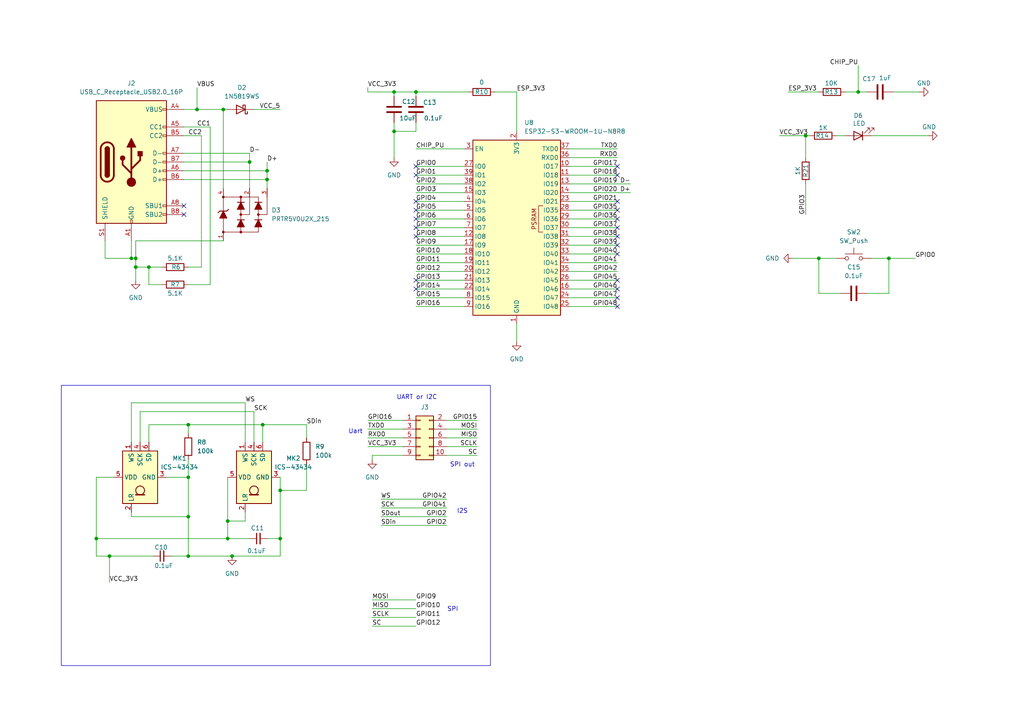
<source format=kicad_sch>
(kicad_sch (version 20231120) (generator "eeschema") (generator_version "8.0")
  (paper "A4")
  (lib_symbols
    (symbol "Connector:USB_C_Receptacle_USB2.0_16P" (pin_names (offset 1.016))
      (property "Reference" "J" (at 0 22.225 0))
      (property "Value" "USB_C_Receptacle_USB2.0_16P" (at 0 19.685 0))
      (symbol "USB_C_Receptacle_USB2.0_16P_0_0"
        (rectangle (start -0.254 -17.78) (end 0.254 -16.764))
        (rectangle (start 10.16 -14.986) (end 9.144 -15.494))
        (rectangle (start 10.16 -12.446) (end 9.144 -12.954))
        (rectangle (start 10.16 -4.826) (end 9.144 -5.334))
        (rectangle (start 10.16 -2.286) (end 9.144 -2.794))
        (rectangle (start 10.16 0.254) (end 9.144 -0.254))
        (rectangle (start 10.16 2.794) (end 9.144 2.286))
        (rectangle (start 10.16 7.874) (end 9.144 7.366))
        (rectangle (start 10.16 10.414) (end 9.144 9.906))
        (rectangle (start 10.16 15.494) (end 9.144 14.986))
      )
      (symbol "USB_C_Receptacle_USB2.0_16P_0_1"
        (rectangle (start -10.16 17.78) (end 10.16 -17.78) (stroke (width 0.254)) (fill (type background)))
        (arc (start -8.89 -3.81) (mid -6.985 -5.7067) (end -5.08 -3.81) (stroke (width 0.508)))
        (arc (start -7.62 -3.81) (mid -6.985 -4.4423) (end -6.35 -3.81) (stroke (width 0.254)))
        (arc (start -7.62 -3.81) (mid -6.985 -4.4423) (end -6.35 -3.81) (stroke (width 0.254)) (fill (type outline)))
        (rectangle (start -7.62 -3.81) (end -6.35 3.81) (stroke (width 0.254)) (fill (type outline)))
        (arc (start -6.35 3.81) (mid -6.985 4.4423) (end -7.62 3.81) (stroke (width 0.254)))
        (arc (start -6.35 3.81) (mid -6.985 4.4423) (end -7.62 3.81) (stroke (width 0.254)) (fill (type outline)))
        (arc (start -5.08 3.81) (mid -6.985 5.7067) (end -8.89 3.81) (stroke (width 0.508)))
        (circle (center -2.54 1.143) (radius 0.635) (stroke (width 0.254)) (fill (type outline)))
        (circle (center 0 -5.842) (radius 1.27) (fill (type outline)))
        (polyline (pts (xy -8.89 -3.81) (xy -8.89 3.81)) (stroke (width 0.508)))
        (polyline (pts (xy -5.08 3.81) (xy -5.08 -3.81)) (stroke (width 0.508)))
        (polyline (pts (xy 0 -5.842) (xy 0 4.318)) (stroke (width 0.508)))
        (polyline (pts (xy 0 -3.302) (xy -2.54 -0.762) (xy -2.54 0.508)) (stroke (width 0.508)))
        (polyline (pts (xy 0 -2.032) (xy 2.54 0.508) (xy 2.54 1.778)) (stroke (width 0.508)))
        (polyline (pts (xy -1.27 4.318) (xy 0 6.858) (xy 1.27 4.318) (xy -1.27 4.318)) (stroke (width 0.254)) (fill (type outline)))
        (rectangle (start 1.905 1.778) (end 3.175 3.048) (stroke (width 0.254)) (fill (type outline)))
      )
      (symbol "USB_C_Receptacle_USB2.0_16P_1_1"
        (pin passive line (at 0 -22.86 90) (length 5.08) (name "GND") (number "A1"))
        (pin passive line (at 0 -22.86 90) (length 5.08) hide (name "GND") (number "A12"))
        (pin passive line (at 15.24 15.24 180) (length 5.08) (name "VBUS") (number "A4"))
        (pin bidirectional line (at 15.24 10.16 180) (length 5.08) (name "CC1") (number "A5"))
        (pin bidirectional line (at 15.24 -2.54 180) (length 5.08) (name "D+") (number "A6"))
        (pin bidirectional line (at 15.24 2.54 180) (length 5.08) (name "D-") (number "A7"))
        (pin bidirectional line (at 15.24 -12.7 180) (length 5.08) (name "SBU1") (number "A8"))
        (pin passive line (at 15.24 15.24 180) (length 5.08) hide (name "VBUS") (number "A9"))
        (pin passive line (at 0 -22.86 90) (length 5.08) hide (name "GND") (number "B1"))
        (pin passive line (at 0 -22.86 90) (length 5.08) hide (name "GND") (number "B12"))
        (pin passive line (at 15.24 15.24 180) (length 5.08) hide (name "VBUS") (number "B4"))
        (pin bidirectional line (at 15.24 7.62 180) (length 5.08) (name "CC2") (number "B5"))
        (pin bidirectional line (at 15.24 -5.08 180) (length 5.08) (name "D+") (number "B6"))
        (pin bidirectional line (at 15.24 0 180) (length 5.08) (name "D-") (number "B7"))
        (pin bidirectional line (at 15.24 -15.24 180) (length 5.08) (name "SBU2") (number "B8"))
        (pin passive line (at 15.24 15.24 180) (length 5.08) hide (name "VBUS") (number "B9"))
        (pin passive line (at -7.62 -22.86 90) (length 5.08) (name "SHIELD") (number "S1"))
      )
    )
    (symbol "Connector_Generic:Conn_02x05_Odd_Even" (pin_names (offset 1.016) hide)
      (property "Reference" "J" (at 1.27 7.62 0))
      (property "Value" "Conn_02x05_Odd_Even" (at 1.27 -7.62 0))
      (symbol "Conn_02x05_Odd_Even_1_1"
        (rectangle (start -1.27 -4.953) (end 0 -5.207) (stroke (width 0.1524)))
        (rectangle (start -1.27 -2.413) (end 0 -2.667) (stroke (width 0.1524)))
        (rectangle (start -1.27 0.127) (end 0 -0.127) (stroke (width 0.1524)))
        (rectangle (start -1.27 2.667) (end 0 2.413) (stroke (width 0.1524)))
        (rectangle (start -1.27 5.207) (end 0 4.953) (stroke (width 0.1524)))
        (rectangle (start -1.27 6.35) (end 3.81 -6.35) (stroke (width 0.254)) (fill (type background)))
        (rectangle (start 3.81 -4.953) (end 2.54 -5.207) (stroke (width 0.1524)))
        (rectangle (start 3.81 -2.413) (end 2.54 -2.667) (stroke (width 0.1524)))
        (rectangle (start 3.81 0.127) (end 2.54 -0.127) (stroke (width 0.1524)))
        (rectangle (start 3.81 2.667) (end 2.54 2.413) (stroke (width 0.1524)))
        (rectangle (start 3.81 5.207) (end 2.54 4.953) (stroke (width 0.1524)))
        (pin passive line (at -5.08 5.08 0) (length 3.81) (name "Pin_1") (number "1"))
        (pin passive line (at 7.62 -5.08 180) (length 3.81) (name "Pin_10") (number "10"))
        (pin passive line (at 7.62 5.08 180) (length 3.81) (name "Pin_2") (number "2"))
        (pin passive line (at -5.08 2.54 0) (length 3.81) (name "Pin_3") (number "3"))
        (pin passive line (at 7.62 2.54 180) (length 3.81) (name "Pin_4") (number "4"))
        (pin passive line (at -5.08 0 0) (length 3.81) (name "Pin_5") (number "5"))
        (pin passive line (at 7.62 0 180) (length 3.81) (name "Pin_6") (number "6"))
        (pin passive line (at -5.08 -2.54 0) (length 3.81) (name "Pin_7") (number "7"))
        (pin passive line (at 7.62 -2.54 180) (length 3.81) (name "Pin_8") (number "8"))
        (pin passive line (at -5.08 -5.08 0) (length 3.81) (name "Pin_9") (number "9"))
      )
    )
    (symbol "Device:C" (pin_numbers hide) (pin_names (offset 0.254))
      (property "Reference" "C" (at 0.635 2.54 0))
      (property "Value" "C" (at 0.635 -2.54 0))
      (symbol "C_0_1"
        (polyline (pts (xy -2.032 -0.762) (xy 2.032 -0.762)) (stroke (width 0.508)))
        (polyline (pts (xy -2.032 0.762) (xy 2.032 0.762)) (stroke (width 0.508)))
      )
      (symbol "C_1_1"
        (pin passive line (at 0 3.81 270) (length 2.794) (name "~") (number "1"))
        (pin passive line (at 0 -3.81 90) (length 2.794) (name "~") (number "2"))
      )
    )
    (symbol "Device:C_Small" (pin_numbers hide) (pin_names (offset 0.254) hide)
      (property "Reference" "C" (at 0.254 1.778 0))
      (property "Value" "C_Small" (at 0.254 -2.032 0))
      (symbol "C_Small_0_1"
        (polyline (pts (xy -1.524 -0.508) (xy 1.524 -0.508)) (stroke (width 0.3302)))
        (polyline (pts (xy -1.524 0.508) (xy 1.524 0.508)) (stroke (width 0.3048)))
      )
      (symbol "C_Small_1_1"
        (pin passive line (at 0 2.54 270) (length 2.032) (name "~") (number "1"))
        (pin passive line (at 0 -2.54 90) (length 2.032) (name "~") (number "2"))
      )
    )
    (symbol "Device:LED" (pin_numbers hide) (pin_names (offset 1.016) hide)
      (property "Reference" "D" (at 0 2.54 0))
      (property "Value" "LED" (at 0 -2.54 0))
      (symbol "LED_0_1"
        (polyline (pts (xy -1.27 -1.27) (xy -1.27 1.27)) (stroke (width 0.254)))
        (polyline (pts (xy -1.27 0) (xy 1.27 0)))
        (polyline (pts (xy 1.27 -1.27) (xy 1.27 1.27) (xy -1.27 0) (xy 1.27 -1.27)) (stroke (width 0.254)))
        (polyline (pts (xy -3.048 -0.762) (xy -4.572 -2.286) (xy -3.81 -2.286) (xy -4.572 -2.286) (xy -4.572 -1.524)))
        (polyline (pts (xy -1.778 -0.762) (xy -3.302 -2.286) (xy -2.54 -2.286) (xy -3.302 -2.286) (xy -3.302 -1.524)))
      )
      (symbol "LED_1_1"
        (pin passive line (at -3.81 0 0) (length 2.54) (name "K") (number "1"))
        (pin passive line (at 3.81 0 180) (length 2.54) (name "A") (number "2"))
      )
    )
    (symbol "Device:R" (pin_numbers hide) (pin_names (offset 0))
      (property "Reference" "R" (at 2.032 0 90))
      (property "Value" "R" (at 0 0 90))
      (symbol "R_0_1"
        (rectangle (start -1.016 -2.54) (end 1.016 2.54) (stroke (width 0.254)))
      )
      (symbol "R_1_1"
        (pin passive line (at 0 3.81 270) (length 1.27) (name "~") (number "1"))
        (pin passive line (at 0 -3.81 90) (length 1.27) (name "~") (number "2"))
      )
    )
    (symbol "Diode:1N5819WS" (pin_numbers hide) (pin_names (offset 1.016) hide)
      (property "Reference" "D" (at 0 2.54 0))
      (property "Value" "1N5819WS" (at 0 -2.54 0))
      (symbol "1N5819WS_0_1"
        (polyline (pts (xy 1.27 0) (xy -1.27 0)))
        (polyline (pts (xy 1.27 1.27) (xy 1.27 -1.27) (xy -1.27 0) (xy 1.27 1.27)) (stroke (width 0.254)))
        (polyline (pts (xy -1.905 0.635) (xy -1.905 1.27) (xy -1.27 1.27) (xy -1.27 -1.27) (xy -0.635 -1.27) (xy -0.635 -0.635)) (stroke (width 0.254)))
      )
      (symbol "1N5819WS_1_1"
        (pin passive line (at -3.81 0 0) (length 2.54) (name "K") (number "1"))
        (pin passive line (at 3.81 0 180) (length 2.54) (name "A") (number "2"))
      )
    )
    (symbol "PRTR5V0U2X_215:PRTR5V0U2X_215" (pin_names (offset 1.016))
      (property "Reference" "D" (at -2.5474 -7.5404 0))
      (property "Value" "PRTR5V0U2X_215" (at -2.543 -10.3245 0))
      (symbol "PRTR5V0U2X_215_0_0"
        (circle (center -5.08 -5.08) (radius 0.254) (stroke (width 0.254)))
        (circle (center -5.08 5.08) (radius 0.254) (stroke (width 0.254)))
        (circle (center 0 -5.08) (radius 0.254) (stroke (width 0.254)))
        (polyline (pts (xy -6.096 1.016) (xy -6.604 0.508)) (stroke (width 0.254)))
        (polyline (pts (xy -6.096 1.016) (xy -5.08 1.016)) (stroke (width 0.254)))
        (polyline (pts (xy -5.08 -1.016) (xy -5.08 -7.62)) (stroke (width 0.1524)))
        (polyline (pts (xy -5.08 1.016) (xy -5.08 7.62)) (stroke (width 0.1524)))
        (polyline (pts (xy -5.08 1.016) (xy -4.064 1.016)) (stroke (width 0.254)))
        (polyline (pts (xy -4.064 1.016) (xy -3.556 1.524)) (stroke (width 0.254)))
        (polyline (pts (xy -1.016 -1.524) (xy 0 -1.524)) (stroke (width 0.254)))
        (polyline (pts (xy -1.016 3.556) (xy 0 3.556)) (stroke (width 0.254)))
        (polyline (pts (xy 0 -5.08) (xy -5.08 -5.08)) (stroke (width 0.1524)))
        (polyline (pts (xy 0 -3.556) (xy 0 -5.08)) (stroke (width 0.1524)))
        (polyline (pts (xy 0 -1.524) (xy 0 0)) (stroke (width 0.1524)))
        (polyline (pts (xy 0 -1.524) (xy 1.016 -1.524)) (stroke (width 0.254)))
        (polyline (pts (xy 0 0) (xy 0 1.524)) (stroke (width 0.1524)))
        (polyline (pts (xy 0 0) (xy 2.54 0)) (stroke (width 0.1524)))
        (polyline (pts (xy 0 3.556) (xy 0 5.08)) (stroke (width 0.254)))
        (polyline (pts (xy 0 3.556) (xy 1.016 3.556)) (stroke (width 0.254)))
        (polyline (pts (xy 0 5.08) (xy -5.08 5.08)) (stroke (width 0.1524)))
        (polyline (pts (xy 2.54 0) (xy 2.54 7.62)) (stroke (width 0.1524)))
        (polyline (pts (xy 4.064 -1.524) (xy 5.08 -1.524)) (stroke (width 0.254)))
        (polyline (pts (xy 4.064 3.556) (xy 5.08 3.556)) (stroke (width 0.254)))
        (polyline (pts (xy 5.08 -5.08) (xy 0 -5.08)) (stroke (width 0.1524)))
        (polyline (pts (xy 5.08 -3.556) (xy 5.08 -5.08)) (stroke (width 0.1524)))
        (polyline (pts (xy 5.08 -1.524) (xy 5.08 0)) (stroke (width 0.1524)))
        (polyline (pts (xy 5.08 -1.524) (xy 6.096 -1.524)) (stroke (width 0.254)))
        (polyline (pts (xy 5.08 0) (xy 5.08 1.524)) (stroke (width 0.1524)))
        (polyline (pts (xy 5.08 0) (xy 7.62 0)) (stroke (width 0.1524)))
        (polyline (pts (xy 5.08 3.556) (xy 5.08 5.08)) (stroke (width 0.1524)))
        (polyline (pts (xy 5.08 3.556) (xy 6.096 3.556)) (stroke (width 0.254)))
        (polyline (pts (xy 5.08 5.08) (xy 0 5.08)) (stroke (width 0.1524)))
        (polyline (pts (xy 7.62 0) (xy 7.62 7.62)) (stroke (width 0.1524)))
        (polyline (pts (xy -6.096 -1.016) (xy -5.08 1.016) (xy -4.064 -1.016) (xy -6.096 -1.016)) (stroke (width 0.254)) (fill (type outline)))
        (polyline (pts (xy -1.016 -3.556) (xy 0 -1.524) (xy 1.016 -3.556) (xy -1.016 -3.556)) (stroke (width 0.254)) (fill (type outline)))
        (polyline (pts (xy -1.016 1.524) (xy 0 3.556) (xy 1.016 1.524) (xy -1.016 1.524)) (stroke (width 0.254)) (fill (type outline)))
        (polyline (pts (xy 4.064 -3.556) (xy 5.08 -1.524) (xy 6.096 -3.556) (xy 4.064 -3.556)) (stroke (width 0.254)) (fill (type outline)))
        (polyline (pts (xy 4.064 1.524) (xy 5.08 3.556) (xy 6.096 1.524) (xy 4.064 1.524)) (stroke (width 0.254)) (fill (type outline)))
        (circle (center 0 0) (radius 0.254) (stroke (width 0.254)))
        (circle (center 0 5.08) (radius 0.254) (stroke (width 0.254)))
        (circle (center 5.08 0) (radius 0.254) (stroke (width 0.254)))
        (pin passive line (at -5.08 -7.62 90) (length 2.54) (name "~") (number "1"))
        (pin passive line (at 2.54 7.62 270) (length 2.54) (name "~") (number "2"))
        (pin passive line (at 7.62 7.62 270) (length 2.54) (name "~") (number "3"))
        (pin passive line (at -5.08 7.62 270) (length 2.54) (name "~") (number "4"))
      )
    )
    (symbol "RF_Module:ESP32-S3-WROOM-1"
      (property "Reference" "U" (at -12.7 26.67 0))
      (property "Value" "ESP32-S3-WROOM-1" (at 12.7 26.67 0))
      (symbol "ESP32-S3-WROOM-1_0_0"
        (rectangle (start -12.7 25.4) (end 12.7 -25.4) (stroke (width 0.254)) (fill (type background)))
        (text "PSRAM" (at 5.08 2.54 900) (effects (font (size 1.27 1.27))))
      )
      (symbol "ESP32-S3-WROOM-1_0_1"
        (polyline (pts (xy 7.62 -1.27) (xy 6.35 -1.27) (xy 6.35 6.35) (xy 7.62 6.35)))
      )
      (symbol "ESP32-S3-WROOM-1_1_1"
        (pin power_in line (at 0 -27.94 90) (length 2.54) (name "GND") (number "1"))
        (pin bidirectional line (at 15.24 17.78 180) (length 2.54) (name "IO17") (number "10"))
        (pin bidirectional line (at 15.24 15.24 180) (length 2.54) (name "IO18") (number "11"))
        (pin bidirectional line (at -15.24 -2.54 0) (length 2.54) (name "IO8") (number "12"))
        (pin bidirectional line (at 15.24 12.7 180) (length 2.54) (name "IO19") (number "13"))
        (pin bidirectional line (at 15.24 10.16 180) (length 2.54) (name "IO20") (number "14"))
        (pin bidirectional line (at -15.24 10.16 0) (length 2.54) (name "IO3") (number "15"))
        (pin bidirectional line (at 15.24 -17.78 180) (length 2.54) (name "IO46") (number "16"))
        (pin bidirectional line (at -15.24 -5.08 0) (length 2.54) (name "IO9") (number "17"))
        (pin bidirectional line (at -15.24 -7.62 0) (length 2.54) (name "IO10") (number "18"))
        (pin bidirectional line (at -15.24 -10.16 0) (length 2.54) (name "IO11") (number "19"))
        (pin power_in line (at 0 27.94 270) (length 2.54) (name "3V3") (number "2"))
        (pin bidirectional line (at -15.24 -12.7 0) (length 2.54) (name "IO12") (number "20"))
        (pin bidirectional line (at -15.24 -15.24 0) (length 2.54) (name "IO13") (number "21"))
        (pin bidirectional line (at -15.24 -17.78 0) (length 2.54) (name "IO14") (number "22"))
        (pin bidirectional line (at 15.24 7.62 180) (length 2.54) (name "IO21") (number "23"))
        (pin bidirectional line (at 15.24 -20.32 180) (length 2.54) (name "IO47") (number "24"))
        (pin bidirectional line (at 15.24 -22.86 180) (length 2.54) (name "IO48") (number "25"))
        (pin bidirectional line (at 15.24 -15.24 180) (length 2.54) (name "IO45") (number "26"))
        (pin bidirectional line (at -15.24 17.78 0) (length 2.54) (name "IO0") (number "27"))
        (pin bidirectional line (at 15.24 5.08 180) (length 2.54) (name "IO35") (number "28"))
        (pin bidirectional line (at 15.24 2.54 180) (length 2.54) (name "IO36") (number "29"))
        (pin input line (at -15.24 22.86 0) (length 2.54) (name "EN") (number "3"))
        (pin bidirectional line (at 15.24 0 180) (length 2.54) (name "IO37") (number "30"))
        (pin bidirectional line (at 15.24 -2.54 180) (length 2.54) (name "IO38") (number "31"))
        (pin bidirectional line (at 15.24 -5.08 180) (length 2.54) (name "IO39") (number "32"))
        (pin bidirectional line (at 15.24 -7.62 180) (length 2.54) (name "IO40") (number "33"))
        (pin bidirectional line (at 15.24 -10.16 180) (length 2.54) (name "IO41") (number "34"))
        (pin bidirectional line (at 15.24 -12.7 180) (length 2.54) (name "IO42") (number "35"))
        (pin bidirectional line (at 15.24 20.32 180) (length 2.54) (name "RXD0") (number "36"))
        (pin bidirectional line (at 15.24 22.86 180) (length 2.54) (name "TXD0") (number "37"))
        (pin bidirectional line (at -15.24 12.7 0) (length 2.54) (name "IO2") (number "38"))
        (pin bidirectional line (at -15.24 15.24 0) (length 2.54) (name "IO1") (number "39"))
        (pin bidirectional line (at -15.24 7.62 0) (length 2.54) (name "IO4") (number "4"))
        (pin passive line (at 0 -27.94 90) (length 2.54) hide (name "GND") (number "40"))
        (pin passive line (at 0 -27.94 90) (length 2.54) hide (name "GND") (number "41"))
        (pin bidirectional line (at -15.24 5.08 0) (length 2.54) (name "IO5") (number "5"))
        (pin bidirectional line (at -15.24 2.54 0) (length 2.54) (name "IO6") (number "6"))
        (pin bidirectional line (at -15.24 0 0) (length 2.54) (name "IO7") (number "7"))
        (pin bidirectional line (at -15.24 -20.32 0) (length 2.54) (name "IO15") (number "8"))
        (pin bidirectional line (at -15.24 -22.86 0) (length 2.54) (name "IO16") (number "9"))
      )
    )
    (symbol "Sensor_Audio:ICS-43434"
      (property "Reference" "MK" (at -7.62 6.35 0))
      (property "Value" "ICS-43434" (at 1.27 6.35 0))
      (symbol "ICS-43434_1_1"
        (rectangle (start -7.62 5.08) (end 7.62 -5.08) (stroke (width 0.254)) (fill (type background)))
        (circle (center -3.81 0) (radius 1.27) (stroke (width 0.254)))
        (polyline (pts (xy -5.08 1.27) (xy -5.08 -1.27)) (stroke (width 0.381)))
        (pin input line (at 10.16 2.54 180) (length 2.54) (name "WS") (number "1"))
        (pin input line (at -10.16 2.54 0) (length 2.54) (name "LR") (number "2"))
        (pin power_in line (at 0 -7.62 90) (length 2.54) (name "GND") (number "3"))
        (pin input line (at 10.16 0 180) (length 2.54) (name "SCK") (number "4"))
        (pin power_in line (at 0 7.62 270) (length 2.54) (name "VDD") (number "5"))
        (pin output line (at 10.16 -2.54 180) (length 2.54) (name "SD") (number "6"))
      )
    )
    (symbol "Switch:SW_Push" (pin_numbers hide) (pin_names (offset 1.016) hide)
      (property "Reference" "SW" (at 1.27 2.54 0))
      (property "Value" "SW_Push" (at 0 -1.524 0))
      (symbol "SW_Push_0_1"
        (circle (center -2.032 0) (radius 0.508))
        (polyline (pts (xy 0 1.27) (xy 0 3.048)))
        (polyline (pts (xy 2.54 1.27) (xy -2.54 1.27)))
        (circle (center 2.032 0) (radius 0.508))
        (pin passive line (at -5.08 0 0) (length 2.54) (name "1") (number "1"))
        (pin passive line (at 5.08 0 180) (length 2.54) (name "2") (number "2"))
      )
    )
    (symbol "power:GND" (power) (pin_numbers hide) (pin_names (offset 0) hide)
      (property "Value" "GND" (at 0 -3.81 0))
      (symbol "GND_0_1"
        (polyline (pts (xy 0 0) (xy 0 -1.27) (xy 1.27 -1.27) (xy 0 -2.54) (xy -1.27 -1.27) (xy 0 -1.27)))
      )
      (symbol "GND_1_1"
        (pin power_in line (at 0 0 270) (length 0) (name "~") (number "1"))
      )
    )
  )
  (junction (at 54.61 123.19))
  (junction (at 77.47 52.07))
  (junction (at 114.3 38.1))
  (junction (at 233.68 39.37))
  (junction (at 114.3 26.67))
  (junction (at 39.37 77.47))
  (junction (at 77.47 49.53))
  (junction (at 120.65 26.67))
  (junction (at 54.61 149.86))
  (junction (at 248.92 26.67))
  (junction (at 39.37 74.93))
  (junction (at 43.18 77.47))
  (junction (at 66.04 156.21))
  (junction (at 64.77 31.75))
  (junction (at 57.15 31.75))
  (junction (at 38.1 74.93))
  (junction (at 31.75 161.29))
  (junction (at 72.39 46.99))
  (junction (at 54.61 138.43))
  (junction (at 81.28 142.24))
  (junction (at 237.49 74.93))
  (junction (at 81.28 156.21))
  (junction (at 76.2 123.19))
  (junction (at 66.04 151.13))
  (junction (at 67.31 161.29))
  (junction (at 27.94 156.21))
  (junction (at 257.81 74.93))
  (junction (at 54.61 161.29))
  (no_connect (at 179.07 48.26))
  (no_connect (at 179.07 68.58))
  (no_connect (at 120.65 50.8))
  (no_connect (at 120.65 58.42))
  (no_connect (at 179.07 66.04))
  (no_connect (at 120.65 66.04))
  (no_connect (at 120.65 48.26))
  (no_connect (at 179.07 86.36))
  (no_connect (at 120.65 83.82))
  (no_connect (at 179.07 81.28))
  (no_connect (at 53.34 59.69))
  (no_connect (at 179.07 58.42))
  (no_connect (at 179.07 60.96))
  (no_connect (at 120.65 63.5))
  (no_connect (at 53.34 62.23))
  (no_connect (at 179.07 50.8))
  (no_connect (at 179.07 71.12))
  (no_connect (at 179.07 63.5))
  (no_connect (at 179.07 73.66))
  (no_connect (at 120.65 81.28))
  (no_connect (at 120.65 68.58))
  (no_connect (at 179.07 83.82))
  (no_connect (at 120.65 60.96))
  (no_connect (at 179.07 88.9))
  (wire (pts (xy 64.77 31.75) (xy 64.77 54.61)))
  (wire (pts (xy 38.1 149.86) (xy 38.1 148.59)))
  (wire (pts (xy 233.68 62.23) (xy 233.68 53.34)))
  (wire (pts (xy 107.95 181.61) (xy 120.65 181.61)))
  (wire (pts (xy 38.1 69.85) (xy 38.1 74.93)))
  (wire (pts (xy 107.95 132.08) (xy 107.95 133.35)))
  (wire (pts (xy 60.96 82.55) (xy 54.61 82.55)))
  (wire (pts (xy 39.37 69.85) (xy 64.77 69.85)))
  (wire (pts (xy 114.3 35.56) (xy 114.3 38.1)))
  (wire (pts (xy 106.68 127) (xy 116.84 127)))
  (wire (pts (xy 76.2 123.19) (xy 88.9 123.19)))
  (wire (pts (xy 27.94 161.29) (xy 27.94 156.21)))
  (wire (pts (xy 116.84 121.92) (xy 106.68 121.92)))
  (wire (pts (xy 179.07 50.8) (xy 165.1 50.8)))
  (wire (pts (xy 237.49 74.93) (xy 237.49 85.09)))
  (wire (pts (xy 106.68 26.67) (xy 114.3 26.67)))
  (wire (pts (xy 66.04 151.13) (xy 66.04 138.43)))
  (wire (pts (xy 43.18 82.55) (xy 43.18 77.47)))
  (wire (pts (xy 33.02 138.43) (xy 27.94 138.43)))
  (wire (pts (xy 114.3 26.67) (xy 120.65 26.67)))
  (wire (pts (xy 43.18 128.27) (xy 43.18 123.19)))
  (wire (pts (xy 48.26 138.43) (xy 54.61 138.43)))
  (wire (pts (xy 248.92 26.67) (xy 251.46 26.67)))
  (wire (pts (xy 120.65 26.67) (xy 120.65 27.94)))
  (wire (pts (xy 245.11 26.67) (xy 248.92 26.67)))
  (wire (pts (xy 114.3 26.67) (xy 114.3 27.94)))
  (wire (pts (xy 39.37 77.47) (xy 43.18 77.47)))
  (wire (pts (xy 165.1 63.5) (xy 179.07 63.5)))
  (wire (pts (xy 165.1 78.74) (xy 179.07 78.74)))
  (wire (pts (xy 39.37 77.47) (xy 39.37 74.93)))
  (wire (pts (xy 165.1 86.36) (xy 179.07 86.36)))
  (wire (pts (xy 229.87 74.93) (xy 237.49 74.93)))
  (wire (pts (xy 120.65 48.26) (xy 134.62 48.26)))
  (wire (pts (xy 40.64 119.38) (xy 73.66 119.38)))
  (wire (pts (xy 165.1 81.28) (xy 179.07 81.28)))
  (wire (pts (xy 237.49 74.93) (xy 242.57 74.93)))
  (wire (pts (xy 252.73 39.37) (xy 269.24 39.37)))
  (wire (pts (xy 27.94 138.43) (xy 27.94 156.21)))
  (wire (pts (xy 120.65 58.42) (xy 134.62 58.42)))
  (wire (pts (xy 265.43 74.93) (xy 257.81 74.93)))
  (wire (pts (xy 226.06 39.37) (xy 233.68 39.37)))
  (wire (pts (xy 165.1 43.18) (xy 179.07 43.18)))
  (wire (pts (xy 66.04 151.13) (xy 71.12 151.13)))
  (wire (pts (xy 120.65 26.67) (xy 135.89 26.67)))
  (wire (pts (xy 107.95 179.07) (xy 120.65 179.07)))
  (wire (pts (xy 138.43 132.08) (xy 129.54 132.08)))
  (wire (pts (xy 39.37 69.85) (xy 39.37 74.93)))
  (wire (pts (xy 116.84 132.08) (xy 107.95 132.08)))
  (wire (pts (xy 77.47 52.07) (xy 77.47 54.61)))
  (wire (pts (xy 165.1 88.9) (xy 179.07 88.9)))
  (wire (pts (xy 257.81 74.93) (xy 252.73 74.93)))
  (wire (pts (xy 106.68 129.54) (xy 116.84 129.54)))
  (wire (pts (xy 66.04 151.13) (xy 66.04 156.21)))
  (wire (pts (xy 233.68 39.37) (xy 234.95 39.37)))
  (wire (pts (xy 243.84 85.09) (xy 237.49 85.09)))
  (wire (pts (xy 107.95 173.99) (xy 120.65 173.99)))
  (wire (pts (xy 88.9 123.19) (xy 88.9 127)))
  (wire (pts (xy 53.34 46.99) (xy 72.39 46.99)))
  (wire (pts (xy 58.42 39.37) (xy 58.42 77.47)))
  (wire (pts (xy 38.1 116.84) (xy 38.1 128.27)))
  (wire (pts (xy 53.34 44.45) (xy 72.39 44.45)))
  (wire (pts (xy 39.37 81.28) (xy 39.37 77.47)))
  (wire (pts (xy 120.65 71.12) (xy 134.62 71.12)))
  (wire (pts (xy 138.43 127) (xy 129.54 127)))
  (wire (pts (xy 149.86 93.98) (xy 149.86 99.06)))
  (wire (pts (xy 129.54 121.92) (xy 138.43 121.92)))
  (wire (pts (xy 228.6 26.67) (xy 237.49 26.67)))
  (wire (pts (xy 251.46 85.09) (xy 257.81 85.09)))
  (wire (pts (xy 106.68 25.4) (xy 106.68 26.67)))
  (wire (pts (xy 233.68 39.37) (xy 233.68 45.72)))
  (wire (pts (xy 53.34 49.53) (xy 77.47 49.53)))
  (wire (pts (xy 120.65 78.74) (xy 134.62 78.74)))
  (wire (pts (xy 106.68 124.46) (xy 116.84 124.46)))
  (wire (pts (xy 120.65 68.58) (xy 134.62 68.58)))
  (wire (pts (xy 38.1 149.86) (xy 54.61 149.86)))
  (wire (pts (xy 110.49 149.86) (xy 129.54 149.86)))
  (wire (pts (xy 138.43 129.54) (xy 129.54 129.54)))
  (wire (pts (xy 120.65 81.28) (xy 134.62 81.28)))
  (wire (pts (xy 165.1 55.88) (xy 182.88 55.88)))
  (wire (pts (xy 88.9 134.62) (xy 88.9 142.24)))
  (wire (pts (xy 165.1 76.2) (xy 179.07 76.2)))
  (wire (pts (xy 120.65 43.18) (xy 134.62 43.18)))
  (wire (pts (xy 71.12 116.84) (xy 38.1 116.84)))
  (wire (pts (xy 53.34 52.07) (xy 77.47 52.07)))
  (wire (pts (xy 129.54 124.46) (xy 138.43 124.46)))
  (wire (pts (xy 165.1 71.12) (xy 179.07 71.12)))
  (wire (pts (xy 53.34 39.37) (xy 58.42 39.37)))
  (wire (pts (xy 81.28 161.29) (xy 81.28 156.21)))
  (wire (pts (xy 120.65 83.82) (xy 134.62 83.82)))
  (wire (pts (xy 165.1 68.58) (xy 179.07 68.58)))
  (wire (pts (xy 107.95 176.53) (xy 120.65 176.53)))
  (wire (pts (xy 114.3 38.1) (xy 114.3 45.72)))
  (wire (pts (xy 165.1 60.96) (xy 179.07 60.96)))
  (wire (pts (xy 57.15 31.75) (xy 64.77 31.75)))
  (wire (pts (xy 120.65 76.2) (xy 134.62 76.2)))
  (wire (pts (xy 71.12 148.59) (xy 71.12 151.13)))
  (wire (pts (xy 76.2 123.19) (xy 76.2 128.27)))
  (wire (pts (xy 27.94 156.21) (xy 66.04 156.21)))
  (wire (pts (xy 165.1 73.66) (xy 179.07 73.66)))
  (wire (pts (xy 64.77 31.75) (xy 66.04 31.75)))
  (wire (pts (xy 165.1 58.42) (xy 179.07 58.42)))
  (wire (pts (xy 248.92 26.67) (xy 248.92 19.05)))
  (wire (pts (xy 165.1 66.04) (xy 179.07 66.04)))
  (wire (pts (xy 257.81 85.09) (xy 257.81 74.93)))
  (wire (pts (xy 77.47 49.53) (xy 77.47 52.07)))
  (wire (pts (xy 81.28 142.24) (xy 81.28 138.43)))
  (wire (pts (xy 54.61 133.35) (xy 54.61 138.43)))
  (wire (pts (xy 120.65 73.66) (xy 134.62 73.66)))
  (wire (pts (xy 110.49 147.32) (xy 129.54 147.32)))
  (wire (pts (xy 72.39 46.99) (xy 72.39 54.61)))
  (wire (pts (xy 110.49 152.4) (xy 129.54 152.4)))
  (wire (pts (xy 53.34 31.75) (xy 57.15 31.75)))
  (wire (pts (xy 73.66 119.38) (xy 73.66 128.27)))
  (wire (pts (xy 120.65 86.36) (xy 134.62 86.36)))
  (wire (pts (xy 120.65 53.34) (xy 134.62 53.34)))
  (wire (pts (xy 31.75 168.91) (xy 31.75 161.29)))
  (wire (pts (xy 67.31 161.29) (xy 81.28 161.29)))
  (wire (pts (xy 66.04 156.21) (xy 72.39 156.21)))
  (wire (pts (xy 81.28 156.21) (xy 81.28 142.24)))
  (wire (pts (xy 149.86 38.1) (xy 149.86 26.67)))
  (wire (pts (xy 120.65 60.96) (xy 134.62 60.96)))
  (wire (pts (xy 54.61 123.19) (xy 54.61 125.73)))
  (wire (pts (xy 165.1 83.82) (xy 179.07 83.82)))
  (wire (pts (xy 58.42 77.47) (xy 54.61 77.47)))
  (wire (pts (xy 43.18 77.47) (xy 46.99 77.47)))
  (wire (pts (xy 60.96 36.83) (xy 60.96 82.55)))
  (wire (pts (xy 143.51 26.67) (xy 149.86 26.67)))
  (wire (pts (xy 53.34 36.83) (xy 60.96 36.83)))
  (wire (pts (xy 54.61 149.86) (xy 54.61 161.29)))
  (wire (pts (xy 242.57 39.37) (xy 245.11 39.37)))
  (wire (pts (xy 165.1 53.34) (xy 182.88 53.34)))
  (wire (pts (xy 120.65 35.56) (xy 120.65 38.1)))
  (wire (pts (xy 43.18 123.19) (xy 54.61 123.19)))
  (wire (pts (xy 72.39 44.45) (xy 72.39 46.99)))
  (wire (pts (xy 120.65 55.88) (xy 134.62 55.88)))
  (wire (pts (xy 77.47 46.99) (xy 77.47 49.53)))
  (wire (pts (xy 44.45 161.29) (xy 31.75 161.29)))
  (wire (pts (xy 31.75 161.29) (xy 27.94 161.29)))
  (wire (pts (xy 54.61 123.19) (xy 76.2 123.19)))
  (wire (pts (xy 54.61 161.29) (xy 67.31 161.29)))
  (wire (pts (xy 259.08 26.67) (xy 266.7 26.67)))
  (wire (pts (xy 71.12 128.27) (xy 71.12 116.84)))
  (wire (pts (xy 46.99 82.55) (xy 43.18 82.55)))
  (wire (pts (xy 54.61 138.43) (xy 54.61 149.86)))
  (wire (pts (xy 120.65 50.8) (xy 134.62 50.8)))
  (wire (pts (xy 120.65 88.9) (xy 134.62 88.9)))
  (wire (pts (xy 57.15 25.4) (xy 57.15 31.75)))
  (wire (pts (xy 120.65 66.04) (xy 134.62 66.04)))
  (wire (pts (xy 40.64 119.38) (xy 40.64 128.27)))
  (wire (pts (xy 120.65 63.5) (xy 134.62 63.5)))
  (wire (pts (xy 120.65 38.1) (xy 114.3 38.1)))
  (wire (pts (xy 30.48 69.85) (xy 30.48 74.93)))
  (wire (pts (xy 179.07 48.26) (xy 165.1 48.26)))
  (wire (pts (xy 73.66 31.75) (xy 81.28 31.75)))
  (wire (pts (xy 38.1 74.93) (xy 39.37 74.93)))
  (wire (pts (xy 81.28 142.24) (xy 88.9 142.24)))
  (wire (pts (xy 49.53 161.29) (xy 54.61 161.29)))
  (wire (pts (xy 30.48 74.93) (xy 38.1 74.93)))
  (wire (pts (xy 110.49 144.78) (xy 129.54 144.78)))
  (wire (pts (xy 165.1 45.72) (xy 179.07 45.72)))
  (wire (pts (xy 77.47 156.21) (xy 81.28 156.21)))
  (rectangle (start 17.78 111.76) (end 142.24 193.04))
  (text "Uart\n" (at 103.124 125.222 0) (effects (font (size 1.27 1.27))))
  (text "UART or I2C\n" (at 120.904 115.316 0) (effects (font (size 1.27 1.27))))
  (text "I2S" (at 134.112 148.336 0) (effects (font (size 1.27 1.27))))
  (text "SPI out\n" (at 134.112 134.874 0) (effects (font (size 1.27 1.27))))
  (text "SPI\n" (at 131.318 176.784 0) (effects (font (size 1.27 1.27))))
  (label "GPIO21" (at 179.07 58.42 180))
  (label "GPIO15" (at 138.43 121.92 180))
  (label "SDin" (at 88.9 123.19 0))
  (label "GPIO6" (at 120.65 63.5 0))
  (label "SDin" (at 110.49 152.4 0))
  (label "GPIO3" (at 120.65 55.88 0))
  (label "GPIO11" (at 120.65 179.07 0))
  (label "GPIO7" (at 120.65 66.04 0))
  (label "SC" (at 138.43 132.08 180))
  (label "VCC_3V3" (at 31.75 168.91 0))
  (label "RXD0" (at 179.07 45.72 180))
  (label "VBUS" (at 57.15 25.4 0))
  (label "MOSI" (at 107.95 173.99 0))
  (label "GPIO37" (at 179.07 66.04 180))
  (label "VCC_5" (at 81.28 31.75 180))
  (label "GPIO39" (at 179.07 71.12 180))
  (label "WS" (at 110.49 144.78 0))
  (label "GPIO10" (at 120.65 73.66 0))
  (label "GPIO20" (at 179.07 55.88 180))
  (label "GPIO47" (at 179.07 86.36 180))
  (label "SCK" (at 73.66 119.38 0))
  (label "ESP_3V3" (at 149.86 26.67 0))
  (label "VCC_3V3" (at 106.68 25.4 0))
  (label "GPIO42" (at 179.07 78.74 180))
  (label "CHIP_PU" (at 248.92 19.05 180))
  (label "GPIO8" (at 120.65 68.58 0))
  (label "GPIO35" (at 179.07 60.96 180))
  (label "CC2" (at 54.61 39.37 0))
  (label "SCK" (at 110.49 147.32 0))
  (label "GPIO1" (at 120.65 50.8 0))
  (label "MISO" (at 138.43 127 180))
  (label "CC1" (at 57.15 36.83 0))
  (label "GPIO19" (at 179.07 53.34 180))
  (label "GPIO40" (at 179.07 73.66 180))
  (label "VCC_3V3" (at 106.68 129.54 0))
  (label "VCC_3V3" (at 226.06 39.37 0))
  (label "GPIO48" (at 179.07 88.9 180))
  (label "GPIO9" (at 120.65 173.99 0))
  (label "GPIO0" (at 265.43 74.93 0) (property "Netclass" "GPIO0" (effects (hide yes))))
  (label "D+" (at 182.88 55.88 180))
  (label "GPIO16" (at 106.68 121.92 0))
  (label "GPIO5" (at 120.65 60.96 0))
  (label "GPIO18" (at 179.07 50.8 180))
  (label "GPIO12" (at 120.65 181.61 0))
  (label "GPIO17" (at 179.07 48.26 180))
  (label "GPIO14" (at 120.65 83.82 0))
  (label "RXD0" (at 106.68 127 0))
  (label "GPIO10" (at 120.65 176.53 0))
  (label "GPIO41" (at 129.54 147.32 180))
  (label "D-" (at 182.88 53.34 180))
  (label "GPIO2" (at 120.65 53.34 0))
  (label "GPIO15" (at 120.65 86.36 0))
  (label "GPIO2" (at 129.54 152.4 180))
  (label "GPIO3" (at 233.68 62.23 90))
  (label "ESP_3V3" (at 228.6 26.67 0))
  (label "GPIO38" (at 179.07 68.58 180))
  (label "GPIO41" (at 179.07 76.2 180))
  (label "TXD0" (at 106.68 124.46 0))
  (label "SDout" (at 110.49 149.86 0))
  (label "GPIO4" (at 120.65 58.42 0))
  (label "GPIO0" (at 120.65 48.26 0) (property "Netclass" "GPIO0" (effects (hide yes))))
  (label "GPIO9" (at 120.65 71.12 0))
  (label "SCLK" (at 138.43 129.54 180))
  (label "D-" (at 72.39 44.45 0))
  (label "GPIO2" (at 129.54 149.86 180))
  (label "GPIO16" (at 120.65 88.9 0))
  (label "GPIO36" (at 179.07 63.5 180))
  (label "CHIP_PU" (at 120.65 43.18 0))
  (label "GPIO12" (at 120.65 78.74 0))
  (label "GPIO46" (at 179.07 83.82 180))
  (label "GPIO42" (at 129.54 144.78 180))
  (label "GPIO11" (at 120.65 76.2 0))
  (label "MOSI" (at 138.43 124.46 180))
  (label "TXD0" (at 179.07 43.18 180))
  (label "SC" (at 107.95 181.61 0))
  (label "SCLK" (at 107.95 179.07 0))
  (label "D+" (at 77.47 46.99 0))
  (label "WS" (at 71.12 116.84 0))
  (label "MISO" (at 107.95 176.53 0))
  (label "GPIO13" (at 120.65 81.28 0))
  (label "GPIO45" (at 179.07 81.28 180))
  (symbol (lib_id "Device:C_Small") (at 74.93 156.21 90) (unit 1)
    (property "Reference" "C11" (at 74.676 153.162 90))
    (property "Value" "0.1uF" (at 74.422 159.766 90))
    (property "Footprint" "Capacitor_SMD:C_0805_2012Metric_Pad1.18x1.45mm_HandSolder" (effects (hide yes)))
    (property "Description" "Unpolarized capacitor, small symbol" (effects (hide yes)))
  )
  (symbol (lib_id "Device:R") (at 241.3 26.67 270) (unit 1)
    (property "Reference" "R13" (at 243.078 26.67 90) (effects (justify right)))
    (property "Value" "10K" (at 243.078 24.13 90) (effects (justify right)))
    (property "Footprint" "Resistor_SMD:R_0603_1608Metric_Pad0.98x0.95mm_HandSolder" (effects (hide yes)))
    (property "Description" "Resistor" (effects (hide yes)))
  )
  (symbol (lib_id "Device:C") (at 114.3 31.75 0) (unit 1)
    (property "Reference" "C12" (at 116.586 29.464 0) (effects (justify left)))
    (property "Value" "10uF" (at 115.824 34.29 0) (effects (justify left)))
    (property "Footprint" "Capacitor_SMD:C_0805_2012Metric_Pad1.18x1.45mm_HandSolder" (effects (hide yes)))
    (property "Description" "Unpolarized capacitor" (effects (hide yes)))
  )
  (symbol (lib_id "Switch:SW_Push") (at 247.65 74.93 0) (unit 1)
    (property "Reference" "SW2" (at 247.65 67.31 0))
    (property "Value" "SW_Push" (at 247.65 69.85 0))
    (property "Footprint" "Button_Switch_SMD:SW_SPST_PTS647_Sx38" (effects (hide yes)))
    (property "Description" "Push button switch, generic, two pins" (effects (hide yes)))
  )
  (symbol (lib_id "power:GND") (at 266.7 26.67 90) (unit 1)
    (property "Reference" "#PWR019" (effects (hide yes)))
    (property "Value" "GND" (at 267.97 24.13 90))
    (property "Description" "Power symbol creates a global label with name \"GND\" , ground" (effects (hide yes)))
  )
  (symbol (lib_id "Connector_Generic:Conn_02x05_Odd_Even") (at 121.92 127 0) (unit 1)
    (property "Reference" "J3" (at 123.19 118.11 0))
    (property "Value" "Connector_Generic:Conn_02x05_Top_Bottom" (effects (hide yes)))
    (property "Footprint" "Connector_PinSocket_2.00mm:PinSocket_2x05_P2.00mm_Vertical" (effects (hide yes)))
    (property "Description" "Generic connector, double row, 02x05, odd/even pin numbering scheme (row 1 odd numbers, row 2 even numbers), script generated (kicad-library-utils/schlib/autogen/connector/)" (effects (hide yes)))
  )
  (symbol (lib_id "Connector:USB_C_Receptacle_USB2.0_16P") (at 38.1 46.99 0) (unit 1)
    (property "Reference" "J2" (at 38.1 24.13 0))
    (property "Value" "USB_C_Receptacle_USB2.0_16P" (at 38.1 26.67 0))
    (property "Footprint" "Library:HRO_TYPE-C-31-M-12" (effects (hide yes)))
    (property "Datasheet" "https://www.usb.org/sites/default/files/documents/usb_type-c.zip" (effects (hide yes)))
    (property "Description" "USB 2.0-only 16P Type-C Receptacle connector" (effects (hide yes)))
  )
  (symbol (lib_id "Device:C") (at 120.65 31.75 0) (unit 1)
    (property "Reference" "C13" (at 122.682 29.718 0) (effects (justify left)))
    (property "Value" "0.1uF" (at 122.936 34.29 0) (effects (justify left)))
    (property "Footprint" "Capacitor_SMD:C_0805_2012Metric_Pad1.18x1.45mm_HandSolder" (effects (hide yes)))
    (property "Description" "Unpolarized capacitor" (effects (hide yes)))
  )
  (symbol (lib_id "power:GND") (at 269.24 39.37 90) (unit 1)
    (property "Reference" "#PWR020" (effects (hide yes)))
    (property "Value" "GND" (at 269.494 36.83 90))
    (property "Description" "Power symbol creates a global label with name \"GND\" , ground" (effects (hide yes)))
  )
  (symbol (lib_id "power:GND") (at 39.37 81.28 0) (unit 1)
    (property "Reference" "#PWR05" (effects (hide yes)))
    (property "Value" "GND" (at 39.37 86.36 0))
    (property "Description" "Power symbol creates a global label with name \"GND\" , ground" (effects (hide yes)))
  )
  (symbol (lib_id "power:GND") (at 114.3 45.72 0) (unit 1)
    (property "Reference" "#PWR011" (effects (hide yes)))
    (property "Value" "GND" (at 114.3 50.8 0))
    (property "Description" "Power symbol creates a global label with name \"GND\" , ground" (effects (hide yes)))
  )
  (symbol (lib_id "Device:R") (at 50.8 82.55 90) (unit 1)
    (property "Reference" "R7" (at 50.8 82.55 90))
    (property "Value" "5.1K" (at 50.8 85.09 90))
    (property "Footprint" "Resistor_SMD:R_0805_2012Metric_Pad1.20x1.40mm_HandSolder" (effects (hide yes)))
    (property "Description" "Resistor" (effects (hide yes)))
  )
  (symbol (lib_id "RF_Module:ESP32-S3-WROOM-1") (at 149.86 66.04 0) (unit 1)
    (property "Reference" "U8" (at 152.0541 35.56 0) (effects (justify left)))
    (property "Value" "ESP32-S3-WROOM-1U-N8R8" (at 152.0541 38.1 0) (effects (justify left)))
    (property "Footprint" "PCM_Espressif:ESP32-S3-WROOM-1U" (effects (hide yes)))
    (property "Datasheet" "https://www.espressif.com/sites/default/files/documentation/esp32-s3-wroom-1_wroom-1u_datasheet_en.pdf" (effects (hide yes)))
    (property "Description" "RF Module, ESP32-S3 SoC, Wi-Fi 802.11b/g/n, Bluetooth, BLE, 32-bit, 3.3V, onboard antenna, SMD" (effects (hide yes)))
  )
  (symbol (lib_id "Device:LED") (at 248.92 39.37 180) (unit 1)
    (property "Reference" "D6" (at 248.92 33.528 0))
    (property "Value" "LED" (at 249.174 35.814 0))
    (property "Footprint" "LED_SMD:LED_0603_1608Metric_Pad1.05x0.95mm_HandSolder" (effects (hide yes)))
    (property "Description" "Light emitting diode" (effects (hide yes)))
  )
  (symbol (lib_id "Diode:1N5819WS") (at 69.85 31.75 180) (unit 1)
    (property "Reference" "D2" (at 70.1675 25.4 0))
    (property "Value" "1N5819WS" (at 70.1675 27.94 0))
    (property "Footprint" "Diode_SMD:D_SOD-323" (effects (hide yes)))
    (property "Datasheet" "https://datasheet.lcsc.com/lcsc/2204281430_Guangdong-Hottech-1N5819WS_C191023.pdf" (effects (hide yes)))
    (property "Description" "40V 600mV@1A 1A SOD-323 Schottky Barrier Diodes, SOD-323" (effects (hide yes)))
  )
  (symbol (lib_id "PRTR5V0U2X_215:PRTR5V0U2X_215") (at 69.85 62.23 0) (unit 1)
    (property "Reference" "D3" (at 78.74 60.9599 0) (effects (justify left)))
    (property "Value" "PRTR5V0U2X_215" (at 78.74 63.4999 0) (effects (justify left)))
    (property "Footprint" "Library:SOT143B" (effects (hide yes)))
  )
  (symbol (lib_id "Sensor_Audio:ICS-43434") (at 40.64 138.43 90) (unit 1)
    (property "Reference" "MK1" (at 52.07 132.9338 90))
    (property "Value" "ICS-43434" (at 52.07 135.4738 90))
    (property "Footprint" "Sensor_Audio:InvenSense_ICS-43434-6_3.5x2.65mm" (effects (hide yes)))
    (property "Datasheet" "https://www.invensense.com/wp-content/uploads/2016/02/DS-000069-ICS-43434-v1.2.pdf" (effects (hide yes)))
    (property "Description" "TDK InvenSense MEMS Microphone, 24-bit I2S, 65 dBA SNR, LGA-6" (effects (hide yes)))
  )
  (symbol (lib_id "Device:R") (at 233.68 49.53 180) (unit 1)
    (property "Reference" "R21" (at 233.68 49.53 90))
    (property "Value" "1K" (at 231.394 49.53 90))
    (property "Footprint" "Resistor_SMD:R_0603_1608Metric_Pad0.98x0.95mm_HandSolder" (effects (hide yes)))
    (property "Description" "Resistor" (effects (hide yes)))
  )
  (symbol (lib_id "Device:R") (at 50.8 77.47 90) (unit 1)
    (property "Reference" "R6" (at 51.054 77.47 90))
    (property "Value" "5.1K" (at 50.8 74.93 90))
    (property "Footprint" "Resistor_SMD:R_0805_2012Metric_Pad1.20x1.40mm_HandSolder" (effects (hide yes)))
    (property "Description" "Resistor" (effects (hide yes)))
  )
  (symbol (lib_id "Device:C_Small") (at 46.99 161.29 90) (unit 1)
    (property "Reference" "C10" (at 46.736 158.75 90))
    (property "Value" "0.1uF" (at 47.498 164.084 90))
    (property "Footprint" "Capacitor_SMD:C_0805_2012Metric_Pad1.18x1.45mm_HandSolder" (effects (hide yes)))
    (property "Description" "Unpolarized capacitor, small symbol" (effects (hide yes)))
  )
  (symbol (lib_id "power:GND") (at 229.87 74.93 270) (unit 1)
    (property "Reference" "#PWR017" (effects (hide yes)))
    (property "Value" "GND" (at 226.06 74.9299 90) (effects (justify right)))
    (property "Description" "Power symbol creates a global label with name \"GND\" , ground" (effects (hide yes)))
  )
  (symbol (lib_id "Sensor_Audio:ICS-43434") (at 73.66 138.43 90) (unit 1)
    (property "Reference" "MK2" (at 85.09 132.9338 90))
    (property "Value" "ICS-43434" (at 85.09 135.4738 90))
    (property "Footprint" "Sensor_Audio:InvenSense_ICS-43434-6_3.5x2.65mm" (effects (hide yes)))
    (property "Datasheet" "https://www.invensense.com/wp-content/uploads/2016/02/DS-000069-ICS-43434-v1.2.pdf" (effects (hide yes)))
    (property "Description" "TDK InvenSense MEMS Microphone, 24-bit I2S, 65 dBA SNR, LGA-6" (effects (hide yes)))
  )
  (symbol (lib_id "Device:R") (at 88.9 130.81 0) (unit 1)
    (property "Reference" "R9" (at 91.44 129.5399 0) (effects (justify left)))
    (property "Value" "100k" (at 91.44 132.0799 0) (effects (justify left)))
    (property "Footprint" "Resistor_SMD:R_0805_2012Metric_Pad1.20x1.40mm_HandSolder" (effects (hide yes)))
    (property "Description" "Resistor" (effects (hide yes)))
  )
  (symbol (lib_id "power:GND") (at 67.31 161.29 0) (unit 1)
    (property "Reference" "#PWR07" (effects (hide yes)))
    (property "Value" "GND" (at 67.31 166.37 0))
    (property "Description" "Power symbol creates a global label with name \"GND\" , ground" (effects (hide yes)))
  )
  (symbol (lib_id "power:GND") (at 107.95 133.35 0) (unit 1)
    (property "Reference" "#PWR010" (effects (hide yes)))
    (property "Value" "GND" (at 107.95 138.43 0))
    (property "Description" "Power symbol creates a global label with name \"GND\" , ground" (effects (hide yes)))
  )
  (symbol (lib_id "power:GND") (at 149.86 99.06 0) (unit 1)
    (property "Reference" "#PWR013" (effects (hide yes)))
    (property "Value" "GND" (at 149.86 104.14 0))
    (property "Description" "Power symbol creates a global label with name \"GND\" , ground" (effects (hide yes)))
  )
  (symbol (lib_id "Device:R") (at 238.76 39.37 90) (unit 1)
    (property "Reference" "R14" (at 238.506 39.37 90))
    (property "Value" "1K" (at 238.76 37.084 90))
    (property "Footprint" "Resistor_SMD:R_0603_1608Metric_Pad0.98x0.95mm_HandSolder" (effects (hide yes)))
    (property "Description" "Resistor" (effects (hide yes)))
  )
  (symbol (lib_id "Device:C") (at 247.65 85.09 90) (unit 1)
    (property "Reference" "C15" (at 247.65 77.47 90))
    (property "Value" "0.1uF" (at 247.65 80.01 90))
    (property "Footprint" "Capacitor_SMD:C_0805_2012Metric_Pad1.18x1.45mm_HandSolder" (effects (hide yes)))
    (property "Description" "Unpolarized capacitor" (effects (hide yes)))
  )
  (symbol (lib_id "Device:R") (at 54.61 129.54 0) (unit 1)
    (property "Reference" "R8" (at 57.15 128.2699 0) (effects (justify left)))
    (property "Value" "100k" (at 57.15 130.8099 0) (effects (justify left)))
    (property "Footprint" "Resistor_SMD:R_0805_2012Metric_Pad1.20x1.40mm_HandSolder" (effects (hide yes)))
    (property "Description" "Resistor" (effects (hide yes)))
  )
  (symbol (lib_id "Device:C") (at 255.27 26.67 90) (unit 1)
    (property "Reference" "C17" (at 253.9999 22.86 90) (effects (justify left)))
    (property "Value" "1uF" (at 258.572 22.606 90) (effects (justify left)))
    (property "Footprint" "Capacitor_SMD:C_0805_2012Metric_Pad1.18x1.45mm_HandSolder" (effects (hide yes)))
    (property "Description" "Unpolarized capacitor" (effects (hide yes)))
  )
  (symbol (lib_id "Device:R") (at 139.7 26.67 90) (unit 1)
    (property "Reference" "R10" (at 139.7 26.67 90))
    (property "Value" "0" (at 139.7 23.876 90))
    (property "Footprint" "Jumper:SolderJumper-2_P1.3mm_Open_RoundedPad1.0x1.5mm" (effects (hide yes)))
    (property "Description" "Resistor" (effects (hide yes)))
  )
)
</source>
